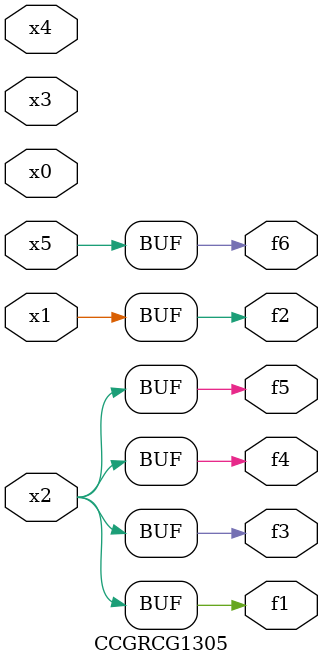
<source format=v>
module CCGRCG1305(
	input x0, x1, x2, x3, x4, x5,
	output f1, f2, f3, f4, f5, f6
);
	assign f1 = x2;
	assign f2 = x1;
	assign f3 = x2;
	assign f4 = x2;
	assign f5 = x2;
	assign f6 = x5;
endmodule

</source>
